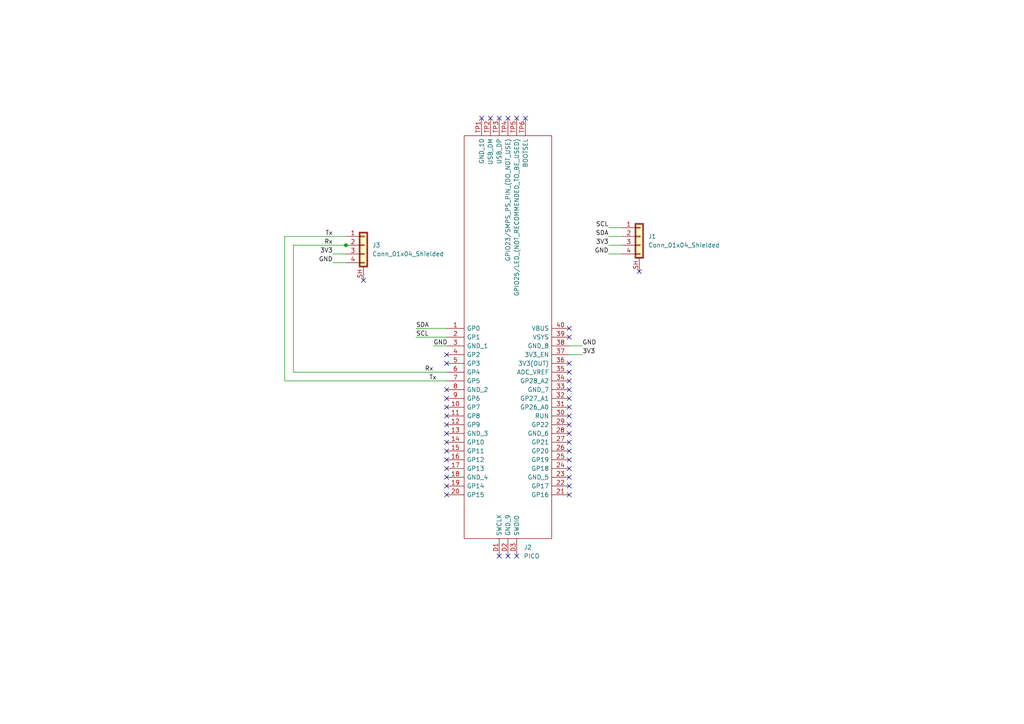
<source format=kicad_sch>
(kicad_sch (version 20211123) (generator eeschema)
  (paper "A4")
  (title_block (title "pico_board") (date "2022-08-15") (rev "b1") (company "FUSiON"))
  (lib_symbols
    (symbol "Connector_Generic_Shielded:Conn_01x04_Shielded" (pin_names (offset 1.016) hide)
      (property "Reference" "J" (at 0.254 4.826 0))
      (property "Value" "Conn_01x04_Shielded" (at 1.016 -7.366 0))
      (symbol "Conn_01x04_Shielded_1_1"
        (rectangle (start -1.27 3.81) (end 1.27 -6.35) (stroke (width 0.1524)))
        (rectangle (start -1.016 -4.953) (end 0.254 -5.207) (stroke (width 0.1524)))
        (rectangle (start -1.016 -2.413) (end 0.254 -2.667) (stroke (width 0.1524)))
        (rectangle (start -1.016 0.127) (end 0.254 -0.127) (stroke (width 0.1524)))
        (rectangle (start -1.016 2.667) (end 0.254 2.413) (stroke (width 0.1524)))
        (rectangle (start -1.016 3.556) (end 1.016 -6.096) (stroke (width 0.254)) (fill (type background)))
        (pin passive line (at -5.08 2.54 0) (length 4.064) (name "Pin_1") (number "1"))
        (pin passive line (at -5.08 0 0) (length 4.064) (name "Pin_2") (number "2"))
        (pin passive line (at -5.08 -2.54 0) (length 4.064) (name "Pin_3") (number "3"))
        (pin passive line (at -5.08 -5.08 0) (length 4.064) (name "Pin_4") (number "4"))
        (pin passive line (at 0 -10.16 90) (length 3.81) (name "Shield") (number "SH"))
      )
    )
    (symbol "conn_02x13_counter_clockwise:PICO" (pin_names (offset 0.762))
      (property "Reference" "J" (at 31.75 60.96 0))
      (property "Value" "PICO" (at 31.75 58.42 0))
      (symbol "PICO_0_0"
        (pin passive line (at 0 0 0) (length 5.08) (name "GP0") (number "1"))
        (pin passive line (at 0 -22.86 0) (length 5.08) (name "GP7") (number "10"))
        (pin passive line (at 0 -25.4 0) (length 5.08) (name "GP8") (number "11"))
        (pin passive line (at 0 -27.94 0) (length 5.08) (name "GP9") (number "12"))
        (pin passive line (at 0 -30.48 0) (length 5.08) (name "GND_3") (number "13"))
        (pin passive line (at 0 -33.02 0) (length 5.08) (name "GP10") (number "14"))
        (pin passive line (at 0 -35.56 0) (length 5.08) (name "GP11") (number "15"))
        (pin passive line (at 0 -38.1 0) (length 5.08) (name "GP12") (number "16"))
        (pin passive line (at 0 -40.64 0) (length 5.08) (name "GP13") (number "17"))
        (pin passive line (at 0 -43.18 0) (length 5.08) (name "GND_4") (number "18"))
        (pin passive line (at 0 -45.72 0) (length 5.08) (name "GP14") (number "19"))
        (pin passive line (at 0 -2.54 0) (length 5.08) (name "GP1") (number "2"))
        (pin passive line (at 0 -48.26 0) (length 5.08) (name "GP15") (number "20"))
        (pin passive line (at 35.56 -48.26 180) (length 5.08) (name "GP16") (number "21"))
        (pin passive line (at 35.56 -45.72 180) (length 5.08) (name "GP17") (number "22"))
        (pin passive line (at 35.56 -43.18 180) (length 5.08) (name "GND_5") (number "23"))
        (pin passive line (at 35.56 -40.64 180) (length 5.08) (name "GP18") (number "24"))
        (pin passive line (at 35.56 -38.1 180) (length 5.08) (name "GP19") (number "25"))
        (pin passive line (at 35.56 -35.56 180) (length 5.08) (name "GP20") (number "26"))
        (pin passive line (at 35.56 -33.02 180) (length 5.08) (name "GP21") (number "27"))
        (pin passive line (at 35.56 -30.48 180) (length 5.08) (name "GND_6") (number "28"))
        (pin passive line (at 35.56 -27.94 180) (length 5.08) (name "GP22") (number "29"))
        (pin passive line (at 0 -5.08 0) (length 5.08) (name "GND_1") (number "3"))
        (pin passive line (at 35.56 -25.4 180) (length 5.08) (name "RUN") (number "30"))
        (pin passive line (at 35.56 -22.86 180) (length 5.08) (name "GP26_A0") (number "31"))
        (pin passive line (at 35.56 -20.32 180) (length 5.08) (name "GP27_A1") (number "32"))
        (pin passive line (at 35.56 -17.78 180) (length 5.08) (name "GND_7") (number "33"))
        (pin passive line (at 35.56 -15.24 180) (length 5.08) (name "GP28_A2") (number "34"))
        (pin passive line (at 35.56 -12.7 180) (length 5.08) (name "ADC_VREF") (number "35"))
        (pin passive line (at 35.56 -10.16 180) (length 5.08) (name "3V3(OUT)") (number "36"))
        (pin passive line (at 35.56 -7.62 180) (length 5.08) (name "3V3_EN") (number "37"))
        (pin passive line (at 35.56 -5.08 180) (length 5.08) (name "GND_8") (number "38"))
        (pin passive line (at 35.56 -2.54 180) (length 5.08) (name "VSYS") (number "39"))
        (pin passive line (at 0 -7.62 0) (length 5.08) (name "GP2") (number "4"))
        (pin passive line (at 35.56 0 180) (length 5.08) (name "VBUS") (number "40"))
        (pin passive line (at 0 -10.16 0) (length 5.08) (name "GP3") (number "5"))
        (pin passive line (at 0 -12.7 0) (length 5.08) (name "GP4") (number "6"))
        (pin passive line (at 0 -15.24 0) (length 5.08) (name "GP5") (number "7"))
        (pin passive line (at 0 -17.78 0) (length 5.08) (name "GND_2") (number "8"))
        (pin passive line (at 0 -20.32 0) (length 5.08) (name "GP6") (number "9"))
        (pin passive line (at 15.24 -66.04 90) (length 5.08) (name "SWCLK") (number "D1"))
        (pin passive line (at 17.78 -66.04 90) (length 5.08) (name "GND_9") (number "D2"))
        (pin passive line (at 20.32 -66.04 90) (length 5.08) (name "SWDIO") (number "D3"))
        (pin passive line (at 10.16 60.96 270) (length 5.08) (name "GND_10") (number "TP1"))
        (pin passive line (at 12.7 60.96 270) (length 5.08) (name "USB_DM") (number "TP2"))
        (pin passive line (at 15.24 60.96 270) (length 5.08) (name "USB_DP") (number "TP3"))
        (pin passive line (at 17.78 60.96 270) (length 5.08) (name "GPIO23/SMPS_PS_PIN_(DO_NOT_USE)") (number "TP4"))
        (pin passive line (at 20.32 60.96 270) (length 5.08) (name "GPIO25/LED_(NOT_RECOMMENDED_TO_BE_USED)") (number "TP5"))
        (pin passive line (at 22.86 60.96 270) (length 5.08) (name "BOOTSEL") (number "TP6"))
      )
      (symbol "PICO_0_1"
        (polyline (pts (xy 5.08 55.88) (xy 30.48 55.88) (xy 30.48 -60.96) (xy 5.08 -60.96) (xy 5.08 55.88)) (stroke (width 0.1524)))
      )
    )
  )
  (junction (at 100.33 71.12))
  (no_connect (at 152.4 34.29))
  (no_connect (at 149.86 34.29))
  (no_connect (at 147.32 34.29))
  (no_connect (at 105.41 81.28))
  (no_connect (at 165.1 130.81))
  (no_connect (at 129.54 102.87))
  (no_connect (at 129.54 105.41))
  (no_connect (at 129.54 120.65))
  (no_connect (at 129.54 123.19))
  (no_connect (at 129.54 125.73))
  (no_connect (at 129.54 128.27))
  (no_connect (at 129.54 130.81))
  (no_connect (at 129.54 118.11))
  (no_connect (at 165.1 118.11))
  (no_connect (at 165.1 120.65))
  (no_connect (at 144.78 161.29))
  (no_connect (at 147.32 161.29))
  (no_connect (at 149.86 161.29))
  (no_connect (at 129.54 133.35))
  (no_connect (at 129.54 135.89))
  (no_connect (at 129.54 138.43))
  (no_connect (at 129.54 140.97))
  (no_connect (at 129.54 143.51))
  (no_connect (at 129.54 113.03))
  (no_connect (at 129.54 115.57))
  (no_connect (at 165.1 113.03))
  (no_connect (at 165.1 115.57))
  (no_connect (at 165.1 95.25))
  (no_connect (at 165.1 97.79))
  (no_connect (at 165.1 105.41))
  (no_connect (at 165.1 107.95))
  (no_connect (at 165.1 110.49))
  (no_connect (at 165.1 143.51))
  (no_connect (at 165.1 140.97))
  (no_connect (at 165.1 123.19))
  (no_connect (at 165.1 125.73))
  (no_connect (at 165.1 128.27))
  (no_connect (at 165.1 133.35))
  (no_connect (at 165.1 135.89))
  (no_connect (at 165.1 138.43))
  (no_connect (at 185.42 78.74))
  (no_connect (at 139.7 34.29))
  (no_connect (at 142.24 34.29))
  (no_connect (at 144.78 34.29))
  (wire (pts (xy 82.55 110.49) (xy 129.54 110.49)))
  (wire (pts (xy 85.09 71.12) (xy 100.33 71.12)))
  (wire (pts (xy 129.54 107.95) (xy 85.09 107.95)))
  (wire (pts (xy 96.52 73.66) (xy 100.33 73.66)))
  (wire (pts (xy 165.1 100.33) (xy 168.91 100.33)))
  (wire (pts (xy 125.73 100.33) (xy 129.54 100.33)))
  (wire (pts (xy 85.09 107.95) (xy 85.09 71.12)))
  (wire (pts (xy 176.53 68.58) (xy 180.34 68.58)))
  (wire (pts (xy 82.55 68.58) (xy 82.55 110.49)))
  (wire (pts (xy 120.65 97.79) (xy 129.54 97.79)))
  (wire (pts (xy 165.1 102.87) (xy 168.91 102.87)))
  (wire (pts (xy 120.65 95.25) (xy 129.54 95.25)))
  (wire (pts (xy 176.53 66.04) (xy 180.34 66.04)))
  (wire (pts (xy 100.33 71.12) (xy 101.6 71.12)))
  (wire (pts (xy 176.53 71.12) (xy 180.34 71.12)))
  (wire (pts (xy 96.52 76.2) (xy 100.33 76.2)))
  (wire (pts (xy 100.33 68.58) (xy 82.55 68.58)))
  (wire (pts (xy 176.53 73.66) (xy 180.34 73.66)))
  (label "SCL" (at 120.65 97.79 0))
  (label "Rx" (at 96.52 71.12 180))
  (label "GND" (at 168.91 100.33 0))
  (label "SDA" (at 120.65 95.25 0))
  (label "Tx" (at 124.46 110.49 0))
  (label "3V3" (at 168.91 102.87 0))
  (label "SDA" (at 176.53 68.58 180))
  (label "GND" (at 176.53 73.66 180))
  (label "Tx" (at 96.52 68.58 180))
  (label "GND" (at 125.73 100.33 0))
  (label "SCL" (at 176.53 66.04 180))
  (label "Rx" (at 123.19 107.95 0))
  (label "GND" (at 96.52 76.2 180))
  (label "3V3" (at 96.52 73.66 180))
  (label "3V3" (at 176.53 71.12 180))
  (symbol (lib_id "Connector_Generic_Shielded:Conn_01x04_Shielded") (at 185.42 68.58 0) (unit 1)
    (property "Reference" "J1" (at 187.96 68.5799 0) (effects (justify left)))
    (property "Value" "Conn_01x04_Shielded" (at 187.96 71.1199 0) (effects (justify left)))
    (property "Footprint" "Connector_JST:JST_EH_B4B-EH-A_1x04_P2.50mm_Vertical" (effects hide))
  )
  (symbol (lib_id "Connector_Generic_Shielded:Conn_01x04_Shielded") (at 105.41 71.12 0) (unit 1)
    (property "Reference" "J3" (at 107.95 71.1199 0) (effects (justify left)))
    (property "Value" "Conn_01x04_Shielded" (at 107.95 73.6599 0) (effects (justify left)))
    (property "Footprint" "Connector_JST:JST_EH_B4B-EH-A_1x04_P2.50mm_Vertical" (effects hide))
  )
  (symbol (lib_id "conn_02x13_counter_clockwise:PICO") (at 129.54 95.25 0) (unit 1)
    (property "Reference" "J2" (at 151.8794 158.75 0) (effects (justify left)))
    (property "Value" "PICO" (at 151.8794 161.29 0) (effects (justify left)))
    (property "Footprint" "KiCad:PICO" (effects hide))
    (property "Datasheet" "https://datasheets.raspberrypi.org/pico/pico_datasheet.pdf" (effects hide))
    (property "Description" "RP2040 microcontroller chip designed by Raspberry Pi in the United Kingdom 2  SPI, 2  I2C, 2  UART, 3  12-bit ADC, 16  controllable PWM channels" (effects hide))
    (property "Height" "1" (effects hide))
    (property "Manufacturer_Name" "RASPBERRY-PI" (effects hide))
    (property "Manufacturer_Part_Number" "PICO" (effects hide))
  )
)
</source>
